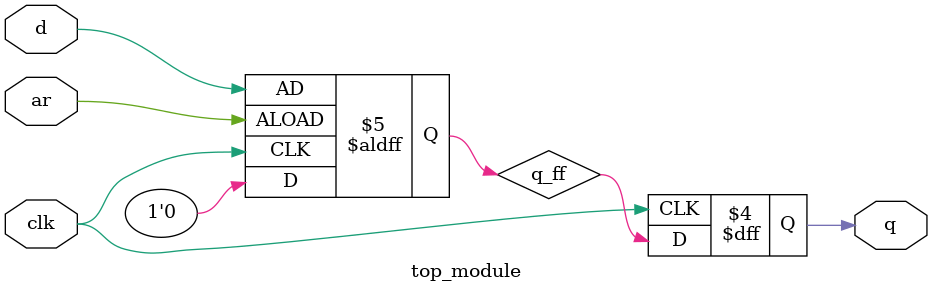
<source format=sv>
module top_module (
    input clk,
    input d,
    input ar,
    output logic q
);

    reg q_ff;

    always_ff @(posedge clk, posedge ar)
    begin
        if (!ar)
            q_ff <= 1'b0;
        else
            q_ff <= d;
    end

    always @(posedge clk)
    begin
        q = q_ff;
    end

endmodule

</source>
